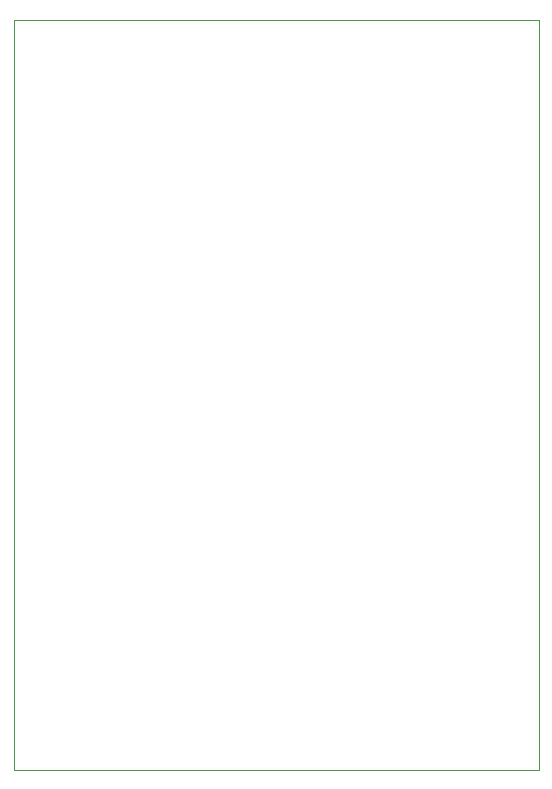
<source format=gbr>
%TF.GenerationSoftware,KiCad,Pcbnew,(6.0.8)*%
%TF.CreationDate,2023-05-31T19:07:23+02:00*%
%TF.ProjectId,RT5XP-EXP-Interconnect,52543558-502d-4455-9850-2d496e746572,rev?*%
%TF.SameCoordinates,Original*%
%TF.FileFunction,Profile,NP*%
%FSLAX46Y46*%
G04 Gerber Fmt 4.6, Leading zero omitted, Abs format (unit mm)*
G04 Created by KiCad (PCBNEW (6.0.8)) date 2023-05-31 19:07:23*
%MOMM*%
%LPD*%
G01*
G04 APERTURE LIST*
%TA.AperFunction,Profile*%
%ADD10C,0.100000*%
%TD*%
G04 APERTURE END LIST*
D10*
X153670000Y-144272000D02*
X109220000Y-144272000D01*
X109220000Y-80772000D02*
X109220000Y-144272000D01*
X153670000Y-80772000D02*
X109220000Y-80772000D01*
X153670000Y-144272000D02*
X153670000Y-80772000D01*
M02*

</source>
